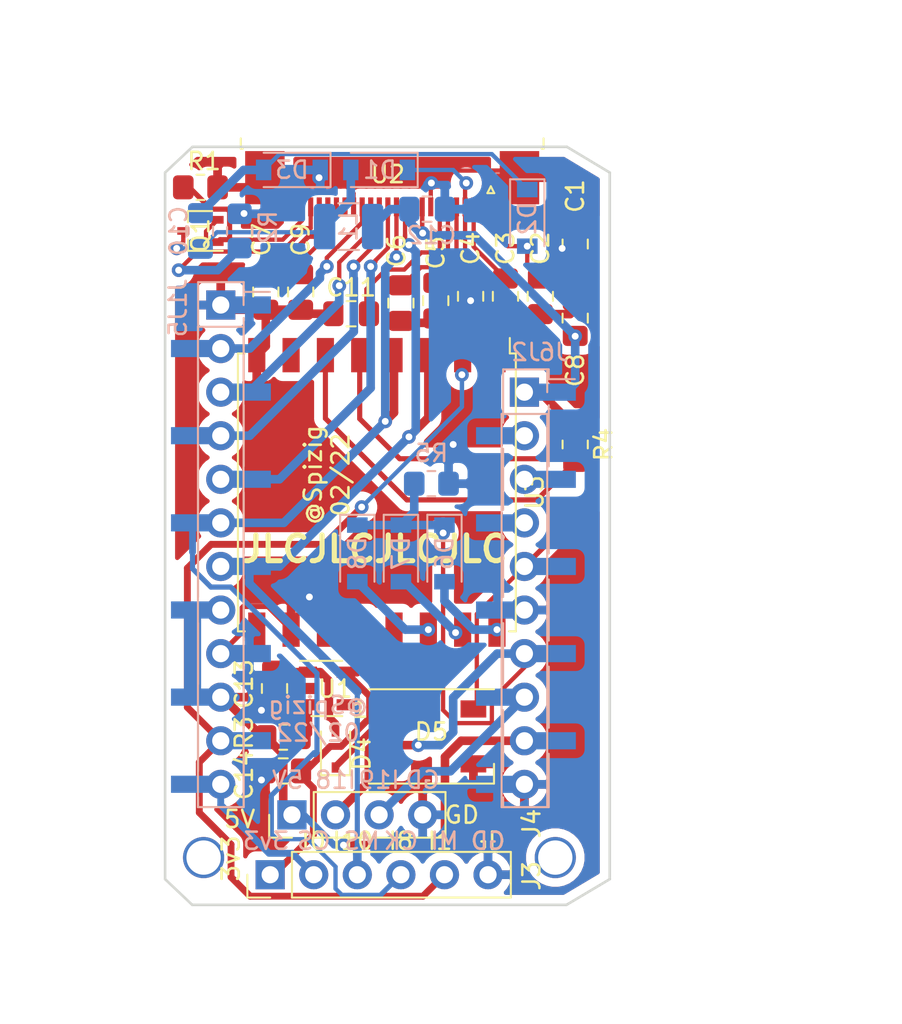
<source format=kicad_pcb>
(kicad_pcb (version 20171130) (host pcbnew "(5.1.10)-1")
  (layers (0 F.Cu signal) (31 B.Cu signal) (34 B.Paste user) (35 F.Paste user) (36 B.SilkS user) (37 F.SilkS user) (38 B.Mask user) (39 F.Mask user) (44 Edge.Cuts user))
  (net 0 "")
  (net 1 +5V)
  (net 2 GND)
  (net 3 "Net-(C7-Pad2)")
  (net 4 +3.3VP)
  (net 5 "Net-(C1-Pad2)")
  (net 6 "Net-(C2-Pad2)")
  (net 7 "Net-(C3-Pad2)")
  (net 8 "Net-(C4-Pad2)")
  (net 9 "Net-(C6-Pad2)")
  (net 10 "Net-(C9-Pad2)")
  (net 11 "Net-(C10-Pad2)")
  (net 12 "Net-(C11-Pad2)")
  (net 13 "Net-(Q1-Pad2)")
  (net 14 "Net-(Q1-Pad1)")
  (net 15 "Net-(C5-Pad2)")
  (net 16 "Net-(C10-Pad1)")
  (net 17 /EPD_MOSI)
  (net 18 /EPD_RST)
  (net 19 /EPD_DC)
  (net 20 /EPD_CS)
  (net 21 /EPD_CLK)
  (net 22 /EPD_BUSY)
  (net 23 /G0)
  (net 24 /G1)
  (net 25 +3.3VA)
  (net 26 /D+)
  (net 27 /D-)
  (net 28 /G9)
  (net 29 "Net-(R3-Pad2)")
  (net 30 "Net-(D4-Pad1)")
  (net 31 "Net-(D5-Pad2)")
  (net 32 "Net-(D6-Pad2)")
  (net 33 "Net-(D7-Pad2)")
  (net 34 "Net-(D8-Pad2)")
  (net 35 /EN)
  (net 36 /G21)
  (net 37 /G20)
  (net 38 "Net-(R4-Pad2)")
  (net 39 "Net-(U1-Pad4)")
  (net 40 "Net-(U2-Pad24)")
  (net 41 "Net-(U2-Pad19)")
  (net 42 "Net-(U2-Pad18)")
  (net 43 "Net-(U3-Pad12)")
  (net 44 "Net-(U3-Pad11)")
  (net 45 "Net-(U3-Pad9)")
  (net 46 "Net-(U3-Pad7)")
  (module Diode_SMD:D_SOD-323 (layer F.Cu) (at 123.19 76.2 90)
    (fp_text reference D4 (at -0.254 1.524 90) (layer F.SilkS))
    (fp_text value MBR0530)
    (pad 2 smd rect (at 1.05 0 90) (size 0.6 0.45) (layers F.Cu F.Paste F.Mask) (net 1 +5V))
    (pad 1 smd rect (at -1.05 0 90) (size 0.6 0.45) (layers F.Cu F.Paste F.Mask) (net 30 "Net-(D4-Pad1)"))
  )
  (module Connector_PinHeader_2.54mm:PinHeader_1x10_P2.54mm_Vertical (layer B.Cu) (at 134.2 55.372 180)
    (fp_text reference J6 (at -1.69 2.33) (layer B.SilkS) (effects (justify mirror)))
    (fp_text value Conn_01x10_Male)
    (pad 10 thru_hole oval (at 0 -22.86 180) (size 1.7 1.7) (drill 1) (layers *.Cu *.Mask) (net 2 GND))
    (pad 9 thru_hole oval (at 0 -20.32 180) (size 1.7 1.7) (drill 1) (layers *.Cu *.Mask) (net 1 +5V))
    (pad 8 thru_hole oval (at 0 -17.78 180) (size 1.7 1.7) (drill 1) (layers *.Cu *.Mask) (net 26 /D+))
    (pad 7 thru_hole oval (at 0 -15.24 180) (size 1.7 1.7) (drill 1) (layers *.Cu *.Mask) (net 27 /D-))
    (pad 6 thru_hole oval (at 0 -12.7 180) (size 1.7 1.7) (drill 1) (layers *.Cu *.Mask) (net 2 GND))
    (pad 5 thru_hole oval (at 0 -10.16 180) (size 1.7 1.7) (drill 1) (layers *.Cu *.Mask) (net 28 /G9))
    (pad 4 thru_hole oval (at 0 -7.62 180) (size 1.7 1.7) (drill 1) (layers *.Cu *.Mask) (net 35 /EN))
    (pad 3 thru_hole oval (at 0 -5.08 180) (size 1.7 1.7) (drill 1) (layers *.Cu *.Mask) (net 37 /G20))
    (pad 2 thru_hole oval (at 0 -2.54 180) (size 1.7 1.7) (drill 1) (layers *.Cu *.Mask) (net 36 /G21))
    (pad 1 thru_hole rect (at 0 0 180) (size 1.7 1.7) (drill 1) (layers *.Cu *.Mask) (net 4 +3.3VP))
  )
  (module Connector_PinHeader_2.54mm:PinHeader_1x12_P2.54mm_Vertical (layer B.Cu) (at 116.5 50.292 180)
    (fp_text reference J5 (at 2.498 -1.016 90) (layer B.SilkS) (effects (justify mirror)))
    (fp_text value Conn_01x12_Male)
    (pad 12 thru_hole oval (at 0 -27.94 180) (size 1.7 1.7) (drill 1) (layers *.Cu *.Mask) (net 23 /G0))
    (pad 11 thru_hole oval (at 0 -25.4 180) (size 1.7 1.7) (drill 1) (layers *.Cu *.Mask) (net 24 /G1))
    (pad 10 thru_hole oval (at 0 -22.86 180) (size 1.7 1.7) (drill 1) (layers *.Cu *.Mask) (net 1 +5V))
    (pad 9 thru_hole oval (at 0 -20.32 180) (size 1.7 1.7) (drill 1) (layers *.Cu *.Mask) (net 2 GND))
    (pad 8 thru_hole oval (at 0 -17.78 180) (size 1.7 1.7) (drill 1) (layers *.Cu *.Mask) (net 1 +5V))
    (pad 7 thru_hole oval (at 0 -15.24 180) (size 1.7 1.7) (drill 1) (layers *.Cu *.Mask) (net 17 /EPD_MOSI))
    (pad 6 thru_hole oval (at 0 -12.7 180) (size 1.7 1.7) (drill 1) (layers *.Cu *.Mask) (net 21 /EPD_CLK))
    (pad 5 thru_hole oval (at 0 -10.16 180) (size 1.7 1.7) (drill 1) (layers *.Cu *.Mask) (net 20 /EPD_CS))
    (pad 4 thru_hole oval (at 0 -7.62 180) (size 1.7 1.7) (drill 1) (layers *.Cu *.Mask) (net 19 /EPD_DC))
    (pad 3 thru_hole oval (at 0 -5.08 180) (size 1.7 1.7) (drill 1) (layers *.Cu *.Mask) (net 18 /EPD_RST))
    (pad 2 thru_hole oval (at 0 -2.54 180) (size 1.7 1.7) (drill 1) (layers *.Cu *.Mask) (net 22 /EPD_BUSY))
    (pad 1 thru_hole rect (at 0 0 180) (size 1.7 1.7) (drill 1) (layers *.Cu *.Mask) (net 2 GND))
  )
  (module tp4056:HOPERF_RFM9XW_SMD_3D (layer F.Cu) (at 125.6 61.214 270)
    (fp_text reference U3 (at 0 -9.2 270) (layer F.SilkS))
    (fp_text value RFM95W-868S2)
    (pad 16 smd rect (at 8 -7 270) (size 2 1) (layers F.Cu F.Paste F.Mask) (net 32 "Net-(D6-Pad2)"))
    (pad 15 smd rect (at 8 -5 270) (size 2 1) (layers F.Cu F.Paste F.Mask) (net 33 "Net-(D7-Pad2)"))
    (pad 14 smd rect (at 8 -3 270) (size 2 1) (layers F.Cu F.Paste F.Mask) (net 34 "Net-(D8-Pad2)"))
    (pad 13 smd rect (at 8 -1 270) (size 2 1) (layers F.Cu F.Paste F.Mask) (net 25 +3.3VA))
    (pad 12 smd rect (at 8 1 270) (size 2 1) (layers F.Cu F.Paste F.Mask) (net 43 "Net-(U3-Pad12)"))
    (pad 11 smd rect (at 8 3 270) (size 2 1) (layers F.Cu F.Paste F.Mask) (net 44 "Net-(U3-Pad11)"))
    (pad 10 smd rect (at 8 5 270) (size 2 1) (layers F.Cu F.Paste F.Mask) (net 2 GND))
    (pad 9 smd rect (at 8 7 270) (size 2 1) (layers F.Cu F.Paste F.Mask) (net 45 "Net-(U3-Pad9)"))
    (pad 8 smd rect (at -8 7 270) (size 2 1) (layers F.Cu F.Paste F.Mask) (net 2 GND))
    (pad 7 smd rect (at -8 5 270) (size 2 1) (layers F.Cu F.Paste F.Mask) (net 46 "Net-(U3-Pad7)"))
    (pad 6 smd rect (at -8 3 270) (size 2 1) (layers F.Cu F.Paste F.Mask) (net 38 "Net-(R4-Pad2)"))
    (pad 5 smd rect (at -8 1 270) (size 2 1) (layers F.Cu F.Paste F.Mask) (net 28 /G9))
    (pad 4 smd rect (at -8 -1 270) (size 2 1) (layers F.Cu F.Paste F.Mask) (net 21 /EPD_CLK))
    (pad 3 smd rect (at -8 -3 270) (size 2 1) (layers F.Cu F.Paste F.Mask) (net 17 /EPD_MOSI))
    (pad 2 smd rect (at -8 -5 270) (size 2 1) (layers F.Cu F.Paste F.Mask) (net 24 /G1))
    (pad 1 smd rect (at -8 -7 270) (size 2 1) (layers F.Cu F.Paste F.Mask) (net 2 GND))
  )
  (module Resistor_SMD:R_0805_2012Metric_Pad1.20x1.40mm_HandSolder (layer B.Cu) (at 128.778 60.706)
    (fp_text reference R5 (at 0 -1.778) (layer B.SilkS) (effects (justify mirror)))
    (fp_text value 10K)
    (pad 2 smd roundrect (at 1 0) (size 1.2 1.4) (layers B.Cu B.Paste B.Mask) (roundrect_rratio 0.2083325) (net 2 GND))
    (pad 1 smd roundrect (at -1 0) (size 1.2 1.4) (layers B.Cu B.Paste B.Mask) (roundrect_rratio 0.2083325) (net 27 /D-))
  )
  (module Resistor_SMD:R_0805_2012Metric_Pad1.20x1.40mm_HandSolder (layer F.Cu) (at 137.16 58.42 270)
    (fp_text reference R4 (at 0 -1.65 270) (layer F.SilkS))
    (fp_text value 10K)
    (pad 2 smd roundrect (at 1 0 270) (size 1.2 1.4) (layers F.Cu F.Paste F.Mask) (roundrect_rratio 0.2083325) (net 38 "Net-(R4-Pad2)"))
    (pad 1 smd roundrect (at -1 0 270) (size 1.2 1.4) (layers F.Cu F.Paste F.Mask) (roundrect_rratio 0.2083325) (net 4 +3.3VP))
  )
  (module Diode_SMD:D_SOD-123 (layer B.Cu) (at 124.46 64.77 270)
    (fp_text reference D8 (at 0 0 270) (layer B.SilkS) (effects (justify mirror)))
    (fp_text value MBR0530)
    (pad 2 smd rect (at 1.65 0 270) (size 0.9 1.2) (layers B.Cu B.Paste B.Mask) (net 34 "Net-(D8-Pad2)"))
    (pad 1 smd rect (at -1.65 0 270) (size 0.9 1.2) (layers B.Cu B.Paste B.Mask) (net 27 /D-))
  )
  (module Diode_SMD:D_SOD-123 (layer B.Cu) (at 127 64.77 270)
    (fp_text reference D7 (at 0 0 270) (layer B.SilkS) (effects (justify mirror)))
    (fp_text value MBR0530)
    (pad 2 smd rect (at 1.65 0 270) (size 0.9 1.2) (layers B.Cu B.Paste B.Mask) (net 33 "Net-(D7-Pad2)"))
    (pad 1 smd rect (at -1.65 0 270) (size 0.9 1.2) (layers B.Cu B.Paste B.Mask) (net 27 /D-))
  )
  (module Diode_SMD:D_SOD-123 (layer B.Cu) (at 129.54 64.77 270)
    (fp_text reference D6 (at 0 0 270) (layer B.SilkS) (effects (justify mirror)))
    (fp_text value MBR0530)
    (pad 2 smd rect (at 1.65 0 270) (size 0.9 1.2) (layers B.Cu B.Paste B.Mask) (net 32 "Net-(D6-Pad2)"))
    (pad 1 smd rect (at -1.65 0 270) (size 0.9 1.2) (layers B.Cu B.Paste B.Mask) (net 27 /D-))
  )
  (module LED_SMD:LED_WS2812B_PLCC4_5.0x5.0mm_P3.2mm (layer F.Cu) (at 128.778 75.438)
    (fp_text reference D5 (at 0 -0.270001) (layer F.SilkS))
    (fp_text value WS2812B)
    (fp_text user 1 (at -4.15 -1.6) (layer F.SilkS))
    (pad 1 smd rect (at -2.45 -1.6) (size 1.5 1) (layers F.Cu F.Paste F.Mask) (net 30 "Net-(D4-Pad1)"))
    (pad 2 smd rect (at -2.45 1.6) (size 1.5 1) (layers F.Cu F.Paste F.Mask) (net 31 "Net-(D5-Pad2)"))
    (pad 4 smd rect (at 2.45 -1.6) (size 1.5 1) (layers F.Cu F.Paste F.Mask) (net 28 /G9))
    (pad 3 smd rect (at 2.45 1.6) (size 1.5 1) (layers F.Cu F.Paste F.Mask) (net 2 GND))
  )
  (module Connector_PinHeader_2.54mm:PinHeader_1x04_P2.54mm_Vertical (layer F.Cu) (at 120.65 80.01 90)
    (fp_text reference J4 (at -0.508 13.97 90) (layer F.SilkS))
    (fp_text value Conn_01x04_Male)
    (pad 4 thru_hole oval (at 0 7.62 90) (size 1.7 1.7) (drill 1) (layers *.Cu *.Mask) (net 2 GND))
    (pad 3 thru_hole oval (at 0 5.08 90) (size 1.7 1.7) (drill 1) (layers *.Cu *.Mask) (net 26 /D+))
    (pad 2 thru_hole oval (at 0 2.54 90) (size 1.7 1.7) (drill 1) (layers *.Cu *.Mask) (net 27 /D-))
    (pad 1 thru_hole rect (at 0 0 90) (size 1.7 1.7) (drill 1) (layers *.Cu *.Mask) (net 1 +5V))
  )
  (module Package_TO_SOT_SMD:SOT-23-5 (layer F.Cu) (at 122.682 72.644)
    (fp_text reference U1 (at 0.488 0.02) (layer F.SilkS))
    (fp_text value RT9013)
    (pad 5 smd rect (at 1.1 -0.95) (size 1.06 0.65) (layers F.Cu F.Paste F.Mask) (net 25 +3.3VA))
    (pad 4 smd rect (at 1.1 0.95) (size 1.06 0.65) (layers F.Cu F.Paste F.Mask) (net 39 "Net-(U1-Pad4)"))
    (pad 3 smd rect (at -1.1 0.95) (size 1.06 0.65) (layers F.Cu F.Paste F.Mask) (net 29 "Net-(R3-Pad2)"))
    (pad 2 smd rect (at -1.1 0) (size 1.06 0.65) (layers F.Cu F.Paste F.Mask) (net 2 GND))
    (pad 1 smd rect (at -1.1 -0.95) (size 1.06 0.65) (layers F.Cu F.Paste F.Mask) (net 1 +5V))
  )
  (module Resistor_SMD:R_0805_2012Metric_Pad1.20x1.40mm_HandSolder (layer F.Cu) (at 120.142 75.48)
    (fp_text reference R3 (at -2.286 -0.254 90) (layer F.SilkS))
    (fp_text value 10K)
    (pad 2 smd roundrect (at 1 0) (size 1.2 1.4) (layers F.Cu F.Paste F.Mask) (roundrect_rratio 0.2083325) (net 29 "Net-(R3-Pad2)"))
    (pad 1 smd roundrect (at -1 0) (size 1.2 1.4) (layers F.Cu F.Paste F.Mask) (roundrect_rratio 0.2083325) (net 1 +5V))
  )
  (module Capacitor_SMD:C_0805_2012Metric_Pad1.18x1.45mm_HandSolder (layer F.Cu) (at 120.142 77.45 180)
    (fp_text reference C14 (at 2.286 -0.254 90) (layer F.SilkS))
    (fp_text value 100n)
    (pad 2 smd roundrect (at 1.0375 0 180) (size 1.175 1.45) (layers F.Cu F.Paste F.Mask) (roundrect_rratio 0.2127659574468085) (net 2 GND))
    (pad 1 smd roundrect (at -1.0375 0 180) (size 1.175 1.45) (layers F.Cu F.Paste F.Mask) (roundrect_rratio 0.2127659574468085) (net 25 +3.3VA))
  )
  (module Capacitor_SMD:C_0805_2012Metric_Pad1.18x1.45mm_HandSolder (layer F.Cu) (at 119.634 72.644 270)
    (fp_text reference C13 (at -0.254 1.778 90) (layer F.SilkS))
    (fp_text value 100nF)
    (pad 2 smd roundrect (at 1.0375 0 270) (size 1.175 1.45) (layers F.Cu F.Paste F.Mask) (roundrect_rratio 0.2127659574468085) (net 2 GND))
    (pad 1 smd roundrect (at -1.0375 0 270) (size 1.175 1.45) (layers F.Cu F.Paste F.Mask) (roundrect_rratio 0.2127659574468085) (net 1 +5V))
  )
  (module Connector_PinHeader_2.54mm:PinHeader_1x06_P2.54mm_Vertical (layer F.Cu) (at 119.38 83.5 90)
    (fp_text reference J3 (at -0.066 15.24 270) (layer F.SilkS))
    (fp_text value Conn_01x06_Male)
    (pad 6 thru_hole oval (at 0 12.7 90) (size 1.7 1.7) (drill 1) (layers *.Cu *.Mask) (net 2 GND))
    (pad 5 thru_hole oval (at 0 10.16 90) (size 1.7 1.7) (drill 1) (layers *.Cu *.Mask) (net 24 /G1))
    (pad 4 thru_hole oval (at 0 7.62 90) (size 1.7 1.7) (drill 1) (layers *.Cu *.Mask) (net 21 /EPD_CLK))
    (pad 3 thru_hole oval (at 0 5.08 90) (size 1.7 1.7) (drill 1) (layers *.Cu *.Mask) (net 17 /EPD_MOSI))
    (pad 2 thru_hole oval (at 0 2.54 90) (size 1.7 1.7) (drill 1) (layers *.Cu *.Mask) (net 23 /G0))
    (pad 1 thru_hole rect (at 0 0 90) (size 1.7 1.7) (drill 1) (layers *.Cu *.Mask) (net 25 +3.3VA))
  )
  (module Connector_PinHeader_2.54mm:PinHeader_1x10_P2.54mm_Vertical_SMD_Pin1Left (layer B.Cu) (at 134.29 66.802 180)
    (fp_text reference J2 (at 0 13.76) (layer B.SilkS) (effects (justify mirror)))
    (fp_text value Conn_01x10_Male)
    (pad 10 smd rect (at 1.655 -11.43 180) (size 2.51 1) (layers B.Cu B.Paste B.Mask) (net 2 GND))
    (pad 8 smd rect (at 1.655 -6.35 180) (size 2.51 1) (layers B.Cu B.Paste B.Mask) (net 26 /D+))
    (pad 6 smd rect (at 1.655 -1.27 180) (size 2.51 1) (layers B.Cu B.Paste B.Mask) (net 2 GND))
    (pad 4 smd rect (at 1.655 3.81 180) (size 2.51 1) (layers B.Cu B.Paste B.Mask) (net 35 /EN))
    (pad 2 smd rect (at 1.655 8.89 180) (size 2.51 1) (layers B.Cu B.Paste B.Mask) (net 36 /G21))
    (pad 9 smd rect (at -1.655 -8.89 180) (size 2.51 1) (layers B.Cu B.Paste B.Mask) (net 1 +5V))
    (pad 7 smd rect (at -1.655 -3.81 180) (size 2.51 1) (layers B.Cu B.Paste B.Mask) (net 27 /D-))
    (pad 5 smd rect (at -1.655 1.27 180) (size 2.51 1) (layers B.Cu B.Paste B.Mask) (net 28 /G9))
    (pad 3 smd rect (at -1.655 6.35 180) (size 2.51 1) (layers B.Cu B.Paste B.Mask) (net 37 /G20))
    (pad 1 smd rect (at -1.655 11.43 180) (size 2.51 1) (layers B.Cu B.Paste B.Mask) (net 4 +3.3VP))
  )
  (module Connector_PinHeader_2.54mm:PinHeader_1x12_P2.54mm_Vertical_SMD_Pin1Left (layer B.Cu) (at 116.51 64.258 180)
    (fp_text reference J1 (at 2.512 14.652 90) (layer B.SilkS) (effects (justify mirror)))
    (fp_text value Conn_01x12_Male)
    (pad 12 smd rect (at 1.655 -13.97 180) (size 2.51 1) (layers B.Cu B.Paste B.Mask) (net 23 /G0))
    (pad 10 smd rect (at 1.655 -8.89 180) (size 2.51 1) (layers B.Cu B.Paste B.Mask) (net 1 +5V))
    (pad 8 smd rect (at 1.655 -3.81 180) (size 2.51 1) (layers B.Cu B.Paste B.Mask) (net 1 +5V))
    (pad 6 smd rect (at 1.655 1.27 180) (size 2.51 1) (layers B.Cu B.Paste B.Mask) (net 21 /EPD_CLK))
    (pad 4 smd rect (at 1.655 6.35 180) (size 2.51 1) (layers B.Cu B.Paste B.Mask) (net 19 /EPD_DC))
    (pad 2 smd rect (at 1.655 11.43 180) (size 2.51 1) (layers B.Cu B.Paste B.Mask) (net 22 /EPD_BUSY))
    (pad 11 smd rect (at -1.655 -11.43 180) (size 2.51 1) (layers B.Cu B.Paste B.Mask) (net 24 /G1))
    (pad 9 smd rect (at -1.655 -6.35 180) (size 2.51 1) (layers B.Cu B.Paste B.Mask) (net 2 GND))
    (pad 7 smd rect (at -1.655 -1.27 180) (size 2.51 1) (layers B.Cu B.Paste B.Mask) (net 17 /EPD_MOSI))
    (pad 5 smd rect (at -1.655 3.81 180) (size 2.51 1) (layers B.Cu B.Paste B.Mask) (net 20 /EPD_CS))
    (pad 3 smd rect (at -1.655 8.89 180) (size 2.51 1) (layers B.Cu B.Paste B.Mask) (net 18 /EPD_RST))
    (pad 1 smd rect (at -1.655 13.97 180) (size 2.51 1) (layers B.Cu B.Paste B.Mask) (net 2 GND))
  )
  (module Connector_FFC-FPC:TE_2-1734839-4_1x24-1MP_P0.5mm_Horizontal (layer F.Cu) (at 126.492 43.22 180)
    (fp_text reference U2 (at 0.254 0.548) (layer F.SilkS))
    (fp_text value FPCConn)
    (pad MP smd rect (at 7.42 0.35 180) (size 2.3 3.1) (layers F.Cu F.Paste F.Mask) (net 2 GND))
    (pad MP smd rect (at -7.42 0.35 180) (size 2.3 3.1) (layers F.Cu F.Paste F.Mask) (net 2 GND))
    (pad 24 smd rect (at 5.75 -1.35 180) (size 0.3 1.1) (layers F.Cu F.Paste F.Mask) (net 40 "Net-(U2-Pad24)"))
    (pad 23 smd rect (at 5.25 -1.35 180) (size 0.3 1.1) (layers F.Cu F.Paste F.Mask) (net 14 "Net-(Q1-Pad1)"))
    (pad 22 smd rect (at 4.75 -1.35 180) (size 0.3 1.1) (layers F.Cu F.Paste F.Mask) (net 13 "Net-(Q1-Pad2)"))
    (pad 21 smd rect (at 4.25 -1.35 180) (size 0.3 1.1) (layers F.Cu F.Paste F.Mask) (net 3 "Net-(C7-Pad2)"))
    (pad 20 smd rect (at 3.75 -1.35 180) (size 0.3 1.1) (layers F.Cu F.Paste F.Mask) (net 10 "Net-(C9-Pad2)"))
    (pad 19 smd rect (at 3.25 -1.35 180) (size 0.3 1.1) (layers F.Cu F.Paste F.Mask) (net 41 "Net-(U2-Pad19)"))
    (pad 18 smd rect (at 2.75 -1.35 180) (size 0.3 1.1) (layers F.Cu F.Paste F.Mask) (net 42 "Net-(U2-Pad18)"))
    (pad 17 smd rect (at 2.25 -1.35 180) (size 0.3 1.1) (layers F.Cu F.Paste F.Mask) (net 2 GND))
    (pad 16 smd rect (at 1.75 -1.35 180) (size 0.3 1.1) (layers F.Cu F.Paste F.Mask) (net 22 /EPD_BUSY))
    (pad 15 smd rect (at 1.25 -1.35 180) (size 0.3 1.1) (layers F.Cu F.Paste F.Mask) (net 18 /EPD_RST))
    (pad 14 smd rect (at 0.75 -1.35 180) (size 0.3 1.1) (layers F.Cu F.Paste F.Mask) (net 19 /EPD_DC))
    (pad 13 smd rect (at 0.25 -1.35 180) (size 0.3 1.1) (layers F.Cu F.Paste F.Mask) (net 20 /EPD_CS))
    (pad 12 smd rect (at -0.25 -1.35 180) (size 0.3 1.1) (layers F.Cu F.Paste F.Mask) (net 21 /EPD_CLK))
    (pad 11 smd rect (at -0.75 -1.35 180) (size 0.3 1.1) (layers F.Cu F.Paste F.Mask) (net 17 /EPD_MOSI))
    (pad 10 smd rect (at -1.25 -1.35 180) (size 0.3 1.1) (layers F.Cu F.Paste F.Mask) (net 4 +3.3VP))
    (pad 9 smd rect (at -1.75 -1.35 180) (size 0.3 1.1) (layers F.Cu F.Paste F.Mask) (net 4 +3.3VP))
    (pad 8 smd rect (at -2.25 -1.35 180) (size 0.3 1.1) (layers F.Cu F.Paste F.Mask) (net 2 GND))
    (pad 7 smd rect (at -2.75 -1.35 180) (size 0.3 1.1) (layers F.Cu F.Paste F.Mask) (net 12 "Net-(C11-Pad2)"))
    (pad 6 smd rect (at -3.25 -1.35 180) (size 0.3 1.1) (layers F.Cu F.Paste F.Mask) (net 9 "Net-(C6-Pad2)"))
    (pad 5 smd rect (at -3.75 -1.35 180) (size 0.3 1.1) (layers F.Cu F.Paste F.Mask) (net 15 "Net-(C5-Pad2)"))
    (pad 4 smd rect (at -4.25 -1.35 180) (size 0.3 1.1) (layers F.Cu F.Paste F.Mask) (net 8 "Net-(C4-Pad2)"))
    (pad 3 smd rect (at -4.75 -1.35 180) (size 0.3 1.1) (layers F.Cu F.Paste F.Mask) (net 7 "Net-(C3-Pad2)"))
    (pad 2 smd rect (at -5.25 -1.35 180) (size 0.3 1.1) (layers F.Cu F.Paste F.Mask) (net 6 "Net-(C2-Pad2)"))
    (pad 1 smd rect (at -5.75 -1.35 180) (size 0.3 1.1) (layers F.Cu F.Paste F.Mask) (net 5 "Net-(C1-Pad2)"))
  )
  (module Inductor_SMD:L_1210_3225Metric (layer B.Cu) (at 123.952 45.72)
    (fp_text reference L1 (at 0 0 270) (layer B.SilkS) (effects (justify mirror)))
    (fp_text value 68uH1A)
    (pad 2 smd roundrect (at 1.4 0) (size 1.25 2.65) (layers B.Cu B.Paste B.Mask) (roundrect_rratio 0.2) (net 4 +3.3VP))
    (pad 1 smd roundrect (at -1.4 0) (size 1.25 2.65) (layers B.Cu B.Paste B.Mask) (roundrect_rratio 0.2) (net 16 "Net-(C10-Pad1)"))
  )
  (module Package_TO_SOT_SMD:SOT-323_SC-70 (layer F.Cu) (at 115.316 45.974 180)
    (fp_text reference Q1 (at 0 -0.254 90) (layer F.SilkS))
    (fp_text value Si1308)
    (pad 3 smd rect (at 1 0 90) (size 0.45 0.7) (layers F.Cu F.Paste F.Mask) (net 16 "Net-(C10-Pad1)"))
    (pad 2 smd rect (at -1 0.65 90) (size 0.45 0.7) (layers F.Cu F.Paste F.Mask) (net 13 "Net-(Q1-Pad2)"))
    (pad 1 smd rect (at -1 -0.65 90) (size 0.45 0.7) (layers F.Cu F.Paste F.Mask) (net 14 "Net-(Q1-Pad1)"))
  )
  (module Resistor_SMD:R_0805_2012Metric_Pad1.20x1.40mm_HandSolder (layer B.Cu) (at 117.602 45.974 90)
    (fp_text reference R2 (at 0.214 1.65 270) (layer B.SilkS) (effects (justify mirror)))
    (fp_text value 0.47R)
    (pad 2 smd roundrect (at 1 0 90) (size 1.2 1.4) (layers B.Cu B.Paste B.Mask) (roundrect_rratio 0.2083325) (net 2 GND))
    (pad 1 smd roundrect (at -1 0 90) (size 1.2 1.4) (layers B.Cu B.Paste B.Mask) (roundrect_rratio 0.2083325) (net 13 "Net-(Q1-Pad2)"))
  )
  (module Resistor_SMD:R_0805_2012Metric_Pad1.20x1.40mm_HandSolder (layer F.Cu) (at 115.316 43.434)
    (fp_text reference R1 (at 0.214 -1.524) (layer F.SilkS))
    (fp_text value 10K)
    (pad 2 smd roundrect (at 1 0) (size 1.2 1.4) (layers F.Cu F.Paste F.Mask) (roundrect_rratio 0.2083325) (net 2 GND))
    (pad 1 smd roundrect (at -1 0) (size 1.2 1.4) (layers F.Cu F.Paste F.Mask) (roundrect_rratio 0.2083325) (net 14 "Net-(Q1-Pad1)"))
  )
  (module Diode_SMD:D_SOD-123 (layer B.Cu) (at 125.73 42.418 180)
    (fp_text reference D1 (at -0.04 0 180) (layer B.SilkS) (effects (justify mirror)))
    (fp_text value MBR0530)
    (pad 2 smd rect (at 1.65 0 180) (size 0.9 1.2) (layers B.Cu B.Paste B.Mask) (net 16 "Net-(C10-Pad1)"))
    (pad 1 smd rect (at -1.65 0 180) (size 0.9 1.2) (layers B.Cu B.Paste B.Mask) (net 8 "Net-(C4-Pad2)"))
  )
  (module Diode_SMD:D_SOD-123 (layer B.Cu) (at 134.366 45.212 270)
    (fp_text reference D2 (at 0.04 0 270) (layer B.SilkS) (effects (justify mirror)))
    (fp_text value MBR0530)
    (pad 2 smd rect (at 1.65 0 270) (size 0.9 1.2) (layers B.Cu B.Paste B.Mask) (net 6 "Net-(C2-Pad2)"))
    (pad 1 smd rect (at -1.65 0 270) (size 0.9 1.2) (layers B.Cu B.Paste B.Mask) (net 11 "Net-(C10-Pad2)"))
  )
  (module Diode_SMD:D_SOD-123 (layer B.Cu) (at 120.65 42.418 180)
    (fp_text reference D3 (at 0 0) (layer B.SilkS) (effects (justify mirror)))
    (fp_text value MBR0530)
    (pad 2 smd rect (at 1.65 0 180) (size 0.9 1.2) (layers B.Cu B.Paste B.Mask) (net 11 "Net-(C10-Pad2)"))
    (pad 1 smd rect (at -1.65 0 180) (size 0.9 1.2) (layers B.Cu B.Paste B.Mask) (net 2 GND))
  )
  (module Capacitor_SMD:C_0805_2012Metric_Pad1.18x1.45mm_HandSolder (layer B.Cu) (at 128.524 44.704 180)
    (fp_text reference C12 (at -0.254 -1.524 180) (layer B.SilkS) (effects (justify mirror)))
    (fp_text value 4.7uF50V)
    (pad 2 smd roundrect (at 1.0375 0 180) (size 1.175 1.45) (layers B.Cu B.Paste B.Mask) (roundrect_rratio 0.2127659574468085) (net 4 +3.3VP))
    (pad 1 smd roundrect (at -1.0375 0 180) (size 1.175 1.45) (layers B.Cu B.Paste B.Mask) (roundrect_rratio 0.2127659574468085) (net 2 GND))
  )
  (module Capacitor_SMD:C_0805_2012Metric_Pad1.18x1.45mm_HandSolder (layer F.Cu) (at 121.158 49.53 90)
    (fp_text reference C9 (at 3.048 0 90) (layer F.SilkS))
    (fp_text value 105)
    (pad 2 smd roundrect (at 1.0375 0 90) (size 1.175 1.45) (layers F.Cu F.Paste F.Mask) (roundrect_rratio 0.2127659574468085) (net 10 "Net-(C9-Pad2)"))
    (pad 1 smd roundrect (at -1.0375 0 90) (size 1.175 1.45) (layers F.Cu F.Paste F.Mask) (roundrect_rratio 0.2127659574468085) (net 2 GND))
  )
  (module Capacitor_SMD:C_0805_2012Metric_Pad1.18x1.45mm_HandSolder (layer F.Cu) (at 127 50.18 90)
    (fp_text reference C6 (at 3.048 -0.254 90) (layer F.SilkS))
    (fp_text value 105)
    (pad 2 smd roundrect (at 1.0375 0 90) (size 1.175 1.45) (layers F.Cu F.Paste F.Mask) (roundrect_rratio 0.2127659574468085) (net 9 "Net-(C6-Pad2)"))
    (pad 1 smd roundrect (at -1.0375 0 90) (size 1.175 1.45) (layers F.Cu F.Paste F.Mask) (roundrect_rratio 0.2127659574468085) (net 2 GND))
  )
  (module Capacitor_SMD:C_0805_2012Metric_Pad1.18x1.45mm_HandSolder (layer F.Cu) (at 131.064 49.784 90)
    (fp_text reference C4 (at 2.794 0 90) (layer F.SilkS))
    (fp_text value 105)
    (pad 2 smd roundrect (at 1.0375 0 90) (size 1.175 1.45) (layers F.Cu F.Paste F.Mask) (roundrect_rratio 0.2127659574468085) (net 8 "Net-(C4-Pad2)"))
    (pad 1 smd roundrect (at -1.0375 0 90) (size 1.175 1.45) (layers F.Cu F.Paste F.Mask) (roundrect_rratio 0.2127659574468085) (net 2 GND))
  )
  (module Capacitor_SMD:C_0805_2012Metric_Pad1.18x1.45mm_HandSolder (layer F.Cu) (at 135.128 49.784 90)
    (fp_text reference C2 (at 2.794 0 90) (layer F.SilkS))
    (fp_text value 105)
    (pad 2 smd roundrect (at 1.0375 0 90) (size 1.175 1.45) (layers F.Cu F.Paste F.Mask) (roundrect_rratio 0.2127659574468085) (net 6 "Net-(C2-Pad2)"))
    (pad 1 smd roundrect (at -1.0375 0 90) (size 1.175 1.45) (layers F.Cu F.Paste F.Mask) (roundrect_rratio 0.2127659574468085) (net 2 GND))
  )
  (module Capacitor_SMD:C_0805_2012Metric_Pad1.18x1.45mm_HandSolder (layer B.Cu) (at 115.316 45.974 90)
    (fp_text reference C10 (at 0 -1.27 90) (layer B.SilkS) (effects (justify mirror)))
    (fp_text value 4.7uF50V)
    (pad 2 smd roundrect (at 1.0375 0 90) (size 1.175 1.45) (layers B.Cu B.Paste B.Mask) (roundrect_rratio 0.2127659574468085) (net 11 "Net-(C10-Pad2)"))
    (pad 1 smd roundrect (at -1.0375 0 90) (size 1.175 1.45) (layers B.Cu B.Paste B.Mask) (roundrect_rratio 0.2127659574468085) (net 16 "Net-(C10-Pad1)"))
  )
  (module Capacitor_SMD:C_0805_2012Metric_Pad1.18x1.45mm_HandSolder (layer F.Cu) (at 119.126 49.53 90)
    (fp_text reference C7 (at 3.048 -0.254 90) (layer F.SilkS))
    (fp_text value 105)
    (pad 2 smd roundrect (at 1.0375 0 90) (size 1.175 1.45) (layers F.Cu F.Paste F.Mask) (roundrect_rratio 0.2127659574468085) (net 3 "Net-(C7-Pad2)"))
    (pad 1 smd roundrect (at -1.0375 0 90) (size 1.175 1.45) (layers F.Cu F.Paste F.Mask) (roundrect_rratio 0.2127659574468085) (net 2 GND))
  )
  (module Capacitor_SMD:C_0805_2012Metric_Pad1.18x1.45mm_HandSolder (layer F.Cu) (at 137.16 51.054 270)
    (fp_text reference C8 (at 3.048 0 90) (layer F.SilkS))
    (fp_text value 104)
    (pad 2 smd roundrect (at 1.0375 0 270) (size 1.175 1.45) (layers F.Cu F.Paste F.Mask) (roundrect_rratio 0.2127659574468085) (net 4 +3.3VP))
    (pad 1 smd roundrect (at -1.0375 0 270) (size 1.175 1.45) (layers F.Cu F.Paste F.Mask) (roundrect_rratio 0.2127659574468085) (net 2 GND))
  )
  (module Capacitor_SMD:C_0805_2012Metric_Pad1.18x1.45mm_HandSolder (layer F.Cu) (at 124.1 50.8)
    (fp_text reference C11 (at 0 -1.524) (layer F.SilkS))
    (fp_text value 105)
    (pad 2 smd roundrect (at 1.0375 0) (size 1.175 1.45) (layers F.Cu F.Paste F.Mask) (roundrect_rratio 0.2127659574468085) (net 12 "Net-(C11-Pad2)"))
    (pad 1 smd roundrect (at -1.0375 0) (size 1.175 1.45) (layers F.Cu F.Paste F.Mask) (roundrect_rratio 0.2127659574468085) (net 2 GND))
  )
  (module Capacitor_SMD:C_0805_2012Metric_Pad1.18x1.45mm_HandSolder (layer F.Cu) (at 129.032 50.038 90)
    (fp_text reference C5 (at 2.794 0 90) (layer F.SilkS))
    (fp_text value 105)
    (pad 1 smd roundrect (at -1.0375 0 90) (size 1.175 1.45) (layers F.Cu F.Paste F.Mask) (roundrect_rratio 0.2127659574468085) (net 2 GND))
    (pad 2 smd roundrect (at 1.0375 0 90) (size 1.175 1.45) (layers F.Cu F.Paste F.Mask) (roundrect_rratio 0.2127659574468085) (net 15 "Net-(C5-Pad2)"))
  )
  (module Capacitor_SMD:C_0805_2012Metric_Pad1.18x1.45mm_HandSolder (layer F.Cu) (at 133.096 49.784 90)
    (fp_text reference C3 (at 2.794 0 90) (layer F.SilkS))
    (fp_text value 105)
    (pad 2 smd roundrect (at 1.0375 0 90) (size 1.175 1.45) (layers F.Cu F.Paste F.Mask) (roundrect_rratio 0.2127659574468085) (net 7 "Net-(C3-Pad2)"))
    (pad 1 smd roundrect (at -1.0375 0 90) (size 1.175 1.45) (layers F.Cu F.Paste F.Mask) (roundrect_rratio 0.2127659574468085) (net 2 GND))
  )
  (module Capacitor_SMD:C_0805_2012Metric_Pad1.18x1.45mm_HandSolder (layer F.Cu) (at 137.16 46.736 90)
    (fp_text reference C1 (at 2.794 0 90) (layer F.SilkS))
    (fp_text value 105)
    (pad 2 smd roundrect (at 1.0375 0 90) (size 1.175 1.45) (layers F.Cu F.Paste F.Mask) (roundrect_rratio 0.2127659574468085) (net 5 "Net-(C1-Pad2)"))
    (pad 1 smd roundrect (at -1.0375 0 90) (size 1.175 1.45) (layers F.Cu F.Paste F.Mask) (roundrect_rratio 0.2127659574468085) (net 2 GND))
  )
  (gr_text JLCJLCJLCJLC (at 125.476 64.516) (layer F.SilkS) (effects (font (size 1.5 1.5) (thickness 0.3))))
  (gr_text GD (at 130.556 80.01) (layer F.SilkS) (effects (font (size 1 1))))
  (gr_text 5V (at 117.602 80.264) (layer F.SilkS) (effects (font (size 1 1))))
  (gr_text 5V (at 120.396 77.978) (layer B.SilkS) (effects (font (size 1 1)) (justify mirror)))
  (gr_text I18 (at 123.19 77.978) (layer B.SilkS) (effects (font (size 1 1)) (justify mirror)))
  (gr_text I19 (at 125.73 77.978) (layer B.SilkS) (effects (font (size 1 1)) (justify mirror)))
  (gr_text GD (at 128.27 77.978) (layer B.SilkS) (effects (font (size 1 1)) (justify mirror)))
  (gr_text GD (at 132.08 81.534) (layer F.SilkS) (effects (font (size 1 1))))
  (gr_text I1 (at 129.286 81.534) (layer F.SilkS) (effects (font (size 1 1))))
  (gr_text I8 (at 127 81.534) (layer F.SilkS) (effects (font (size 1 1))))
  (gr_text I10 (at 124.206 81.534) (layer F.SilkS) (effects (font (size 1 1))))
  (gr_text I0 (at 121.92 81.534) (layer F.SilkS) (effects (font (size 1 1))))
  (gr_text 3v3 (at 117.094 82.55 90) (layer F.SilkS) (effects (font (size 1 1))))
  (gr_text GD (at 132.08 81.534) (layer B.SilkS) (effects (font (size 1 1)) (justify mirror)))
  (gr_text MI (at 129.54 81.534) (layer B.SilkS) (effects (font (size 1 1)) (justify mirror)))
  (gr_text CK (at 127 81.534) (layer B.SilkS) (effects (font (size 1 1)) (justify mirror)))
  (gr_text MS (at 124.714 81.534) (layer B.SilkS) (effects (font (size 1 1)) (justify mirror)))
  (gr_text CS (at 121.92 81.534) (layer B.SilkS) (effects (font (size 1 1)) (justify mirror)))
  (gr_line (start 136.652 85.258) (end 139.176 83.758) (layer Edge.Cuts) (width 0.15))
  (gr_line (start 113.254 83.758) (end 114.838 85.258) (layer Edge.Cuts) (width 0.15))
  (gr_text 3v3 (at 119.126 81.534) (layer B.SilkS) (effects (font (size 1 1)) (justify mirror)))
  (gr_text "@Spizig\n02/22" (at 122.174 74.422) (layer B.SilkS) (effects (font (size 1 1)) (justify mirror)))
  (gr_text "@Spizig\n02/22" (at 122.682 60.198 90) (layer F.SilkS) (effects (font (size 1 1))))
  (gr_line (start 136.676 41.072) (end 139.176 42.572) (layer Edge.Cuts) (width 0.15))
  (gr_line (start 113.254 42.572) (end 114.854 41.072) (layer Edge.Cuts) (width 0.15))
  (gr_line (start 139.176 83.758) (end 139.176 42.572) (layer Edge.Cuts) (width 0.15))
  (gr_line (start 114.838 85.258) (end 136.652 85.258) (layer Edge.Cuts) (width 0.15))
  (gr_line (start 114.854 41.072) (end 136.676 41.072) (layer Edge.Cuts) (width 0.15))
  (gr_line (start 113.254 83.758) (end 113.254 42.572) (layer Edge.Cuts) (width 0.15))
  (via (at 115.5 82.5) (size 2.4) (drill 2) (layers F.Cu B.Cu) (net 0))
  (via (at 136 82.5) (size 2.4) (drill 2) (layers F.Cu B.Cu) (net 0))
  (via (at 117.856 44.958) (size 0.8) (drill 0.4) (layers F.Cu B.Cu) (net 2))
  (via (at 118.872 77.978) (size 0.8) (drill 0.4) (layers F.Cu B.Cu) (net 2))
  (segment (start 117.344 73.148) (end 117.348 73.152) (width 0.5) (layer B.Cu) (net 1))
  (segment (start 114.855 73.148) (end 117.344 73.148) (width 0.5) (layer B.Cu) (net 1))
  (segment (start 114.855 68.068) (end 114.855 73.148) (width 1) (layer B.Cu) (net 1))
  (segment (start 119.7215 71.694) (end 119.634 71.6065) (width 0.5) (layer F.Cu) (net 1))
  (segment (start 121.582 71.694) (end 119.7215 71.694) (width 0.5) (layer F.Cu) (net 1))
  (segment (start 122.297002 71.694) (end 122.801999 72.198997) (width 0.5) (layer F.Cu) (net 1))
  (segment (start 121.582 71.694) (end 122.297002 71.694) (width 0.5) (layer F.Cu) (net 1))
  (segment (start 118.0885 73.152) (end 119.634 71.6065) (width 0.5) (layer F.Cu) (net 1))
  (segment (start 116.5 73.152) (end 118.0885 73.152) (width 0.5) (layer F.Cu) (net 1))
  (segment (start 116.602 73.152) (end 119.142 75.692) (width 0.5) (layer F.Cu) (net 1))
  (segment (start 116.5 73.152) (end 116.602 73.152) (width 0.5) (layer F.Cu) (net 1))
  (segment (start 122.801999 72.198997) (end 122.801999 74.279001) (width 0.5) (layer F.Cu) (net 1))
  (segment (start 120.142 79.502) (end 120.65 80.01) (width 0.5) (layer F.Cu) (net 1))
  (segment (start 120.142 76.481966) (end 120.142 79.502) (width 0.5) (layer F.Cu) (net 1))
  (segment (start 120.09199 76.431956) (end 120.142 76.481966) (width 0.5) (layer F.Cu) (net 1))
  (segment (start 134.2 75.692) (end 135.945 75.692) (width 0.25) (layer B.Cu) (net 1))
  (segment (start 114.859 68.072) (end 114.855 68.068) (width 0.25) (layer B.Cu) (net 1))
  (segment (start 116.5 68.072) (end 114.859 68.072) (width 0.25) (layer B.Cu) (net 1))
  (segment (start 123.19 74.667002) (end 122.801999 74.279001) (width 0.4) (layer F.Cu) (net 1))
  (segment (start 123.19 75.15) (end 123.19 74.667002) (width 0.4) (layer F.Cu) (net 1))
  (segment (start 120.65 80.01) (end 120.904 80.01) (width 0.5) (layer B.Cu) (net 1))
  (via (at 123.653618 81.773206) (size 0.8) (drill 0.4) (layers F.Cu B.Cu) (net 1))
  (segment (start 123.103204 81.773206) (end 123.653618 81.773206) (width 0.4) (layer B.Cu) (net 1))
  (segment (start 121.339998 80.01) (end 123.103204 81.773206) (width 0.4) (layer B.Cu) (net 1))
  (segment (start 120.65 80.01) (end 121.339998 80.01) (width 0.4) (layer B.Cu) (net 1))
  (segment (start 129.342792 81.773206) (end 123.653618 81.773206) (width 0.5) (layer F.Cu) (net 1))
  (segment (start 129.570001 81.545997) (end 129.342792 81.773206) (width 0.5) (layer F.Cu) (net 1))
  (segment (start 129.570001 76.635997) (end 129.570001 81.545997) (width 0.5) (layer F.Cu) (net 1))
  (segment (start 130.513998 75.692) (end 129.570001 76.635997) (width 0.5) (layer F.Cu) (net 1))
  (segment (start 134.2 75.692) (end 130.513998 75.692) (width 0.5) (layer F.Cu) (net 1))
  (segment (start 120.142 76.48) (end 120.142 76.481966) (width 0.5) (layer F.Cu) (net 1))
  (segment (start 119.142 75.48) (end 120.142 76.48) (width 0.5) (layer F.Cu) (net 1))
  (segment (start 124.242 43.784998) (end 124.242 44.57) (width 0.25) (layer F.Cu) (net 2))
  (segment (start 123.327002 42.87) (end 124.242 43.784998) (width 0.25) (layer F.Cu) (net 2))
  (segment (start 119.072 42.87) (end 122.23 42.87) (width 0.25) (layer F.Cu) (net 2))
  (segment (start 122.23 42.87) (end 123.327002 42.87) (width 0.25) (layer F.Cu) (net 2))
  (via (at 122.23 42.87) (size 0.8) (drill 0.4) (layers F.Cu B.Cu) (net 2))
  (via (at 128.778 43.18) (size 0.8) (drill 0.4) (layers F.Cu B.Cu) (net 2))
  (segment (start 129.503001 42.454999) (end 128.778 43.18) (width 0.25) (layer F.Cu) (net 2))
  (segment (start 133.496999 42.454999) (end 129.503001 42.454999) (width 0.25) (layer F.Cu) (net 2))
  (segment (start 133.912 42.87) (end 133.496999 42.454999) (width 0.25) (layer F.Cu) (net 2))
  (segment (start 128.742 43.216) (end 128.778 43.18) (width 0.25) (layer F.Cu) (net 2))
  (segment (start 128.742 44.57) (end 128.742 43.216) (width 0.25) (layer F.Cu) (net 2))
  (segment (start 118.508 43.434) (end 119.072 42.87) (width 0.5) (layer F.Cu) (net 2))
  (segment (start 116.316 43.434) (end 118.508 43.434) (width 0.5) (layer F.Cu) (net 2))
  (segment (start 128.778 51.3295) (end 129.032 51.0755) (width 0.5) (layer F.Cu) (net 2))
  (segment (start 127 51.3295) (end 128.778 51.3295) (width 0.5) (layer F.Cu) (net 2))
  (segment (start 130.81 51.0755) (end 131.064 50.8215) (width 0.5) (layer F.Cu) (net 2))
  (segment (start 129.032 51.0755) (end 130.81 51.0755) (width 0.5) (layer F.Cu) (net 2))
  (segment (start 121.3905 50.8) (end 121.158 50.5675) (width 0.5) (layer F.Cu) (net 2))
  (segment (start 123.0625 50.8) (end 121.3905 50.8) (width 0.5) (layer F.Cu) (net 2))
  (via (at 131.064 50.038) (size 0.8) (drill 0.4) (layers F.Cu B.Cu) (net 2))
  (segment (start 131.064 50.038) (end 131.064 50.8215) (width 0.5) (layer F.Cu) (net 2))
  (segment (start 116.7755 50.5675) (end 116.5 50.292) (width 0.5) (layer F.Cu) (net 2))
  (segment (start 119.126 50.5675) (end 116.7755 50.5675) (width 0.5) (layer F.Cu) (net 2))
  (segment (start 136.863 50.8215) (end 137.668 50.0165) (width 0.5) (layer F.Cu) (net 2))
  (segment (start 135.128 50.8215) (end 136.863 50.8215) (width 0.5) (layer F.Cu) (net 2))
  (segment (start 136.906 49.2545) (end 137.668 50.0165) (width 0.5) (layer F.Cu) (net 2))
  (segment (start 136.906 47.7735) (end 136.906 49.2545) (width 0.5) (layer F.Cu) (net 2))
  (via (at 121.666 67.31) (size 0.8) (drill 0.4) (layers F.Cu B.Cu) (net 2))
  (segment (start 117.749999 69.362001) (end 116.5 70.612) (width 0.3) (layer F.Cu) (net 2))
  (segment (start 117.749999 67.933999) (end 117.749999 69.362001) (width 0.3) (layer F.Cu) (net 2))
  (segment (start 119.249999 67.863999) (end 117.819999 67.863999) (width 0.3) (layer F.Cu) (net 2))
  (segment (start 117.819999 67.863999) (end 117.749999 67.933999) (width 0.3) (layer F.Cu) (net 2))
  (segment (start 120.6 69.214) (end 119.249999 67.863999) (width 0.3) (layer F.Cu) (net 2))
  (via (at 118.872 73.914) (size 0.8) (drill 0.4) (layers F.Cu B.Cu) (net 2))
  (segment (start 119.1045 73.6815) (end 118.872 73.914) (width 0.25) (layer F.Cu) (net 2))
  (segment (start 119.634 73.6815) (end 119.1045 73.6815) (width 0.25) (layer F.Cu) (net 2))
  (segment (start 120.6715 72.644) (end 121.582 72.644) (width 0.25) (layer F.Cu) (net 2))
  (segment (start 119.634 73.6815) (end 120.6715 72.644) (width 0.25) (layer F.Cu) (net 2))
  (via (at 136.398 46.99) (size 0.8) (drill 0.4) (layers F.Cu B.Cu) (net 2))
  (segment (start 136.398 47.0115) (end 137.16 47.7735) (width 0.25) (layer F.Cu) (net 2))
  (segment (start 136.398 46.99) (end 136.398 47.0115) (width 0.25) (layer F.Cu) (net 2))
  (segment (start 119.126 52.688) (end 118.6 53.214) (width 0.5) (layer F.Cu) (net 2))
  (segment (start 119.126 50.5675) (end 119.126 52.688) (width 0.5) (layer F.Cu) (net 2))
  (via (at 130.048 58.42) (size 0.8) (drill 0.4) (layers F.Cu B.Cu) (net 2))
  (segment (start 122.19201 45.404992) (end 122.192009 45.998811) (width 0.25) (layer F.Cu) (net 3))
  (segment (start 122.242 45.355002) (end 122.19201 45.404992) (width 0.25) (layer F.Cu) (net 3))
  (segment (start 122.242 44.57) (end 122.242 45.355002) (width 0.25) (layer F.Cu) (net 3))
  (segment (start 122.21701 46.009165) (end 122.21701 45.738009) (width 0.3) (layer F.Cu) (net 3))
  (segment (start 121.938755 46.28742) (end 122.21701 46.009165) (width 0.3) (layer F.Cu) (net 3))
  (segment (start 121.617756 46.28742) (end 121.938755 46.28742) (width 0.3) (layer F.Cu) (net 3))
  (segment (start 119.381989 47.649011) (end 120.256165 47.649011) (width 0.3) (layer F.Cu) (net 3))
  (segment (start 119.126 47.905) (end 119.381989 47.649011) (width 0.3) (layer F.Cu) (net 3))
  (segment (start 120.256165 47.649011) (end 121.617756 46.28742) (width 0.3) (layer F.Cu) (net 3))
  (segment (start 119.126 48.4925) (end 119.126 47.905) (width 0.3) (layer F.Cu) (net 3))
  (via (at 128.27 46.1) (size 0.8) (drill 0.4) (layers F.Cu B.Cu) (net 4))
  (via (at 137.16 52.11) (size 0.8) (drill 0.4) (layers F.Cu B.Cu) (net 4))
  (segment (start 131.278 46.228) (end 137.16 52.11) (width 0.5) (layer B.Cu) (net 4))
  (segment (start 135.945 55.372) (end 136.652 55.372) (width 0.5) (layer B.Cu) (net 4))
  (segment (start 136.652 55.372) (end 137.16 54.864) (width 0.5) (layer B.Cu) (net 4))
  (segment (start 137.16 54.864) (end 137.16 52.11) (width 0.5) (layer B.Cu) (net 4))
  (segment (start 128.242 44.57) (end 128.242 45.692) (width 0.25) (layer F.Cu) (net 4))
  (segment (start 128.27 46.228) (end 131.278 46.228) (width 0.5) (layer B.Cu) (net 4))
  (segment (start 127.742 45.7) (end 128.242 46.2) (width 0.25) (layer F.Cu) (net 4))
  (segment (start 127.742 44.57) (end 127.742 45.7) (width 0.25) (layer F.Cu) (net 4))
  (segment (start 128.242 44.57) (end 128.242 46.2) (width 0.25) (layer F.Cu) (net 4))
  (segment (start 126.368 44.704) (end 125.352 45.72) (width 0.5) (layer B.Cu) (net 4))
  (segment (start 127.4865 44.704) (end 126.368 44.704) (width 0.5) (layer B.Cu) (net 4))
  (segment (start 127.4865 45.4445) (end 128.27 46.228) (width 0.5) (layer B.Cu) (net 4))
  (segment (start 127.4865 44.704) (end 127.4865 45.4445) (width 0.5) (layer B.Cu) (net 4))
  (segment (start 135.112 55.372) (end 137.16 57.42) (width 0.5) (layer F.Cu) (net 4))
  (segment (start 134.2 55.372) (end 135.112 55.372) (width 0.5) (layer F.Cu) (net 4))
  (segment (start 134.2 55.372) (end 135.945 55.372) (width 0.25) (layer B.Cu) (net 4))
  (segment (start 133.3705 45.6985) (end 136.906 45.6985) (width 0.25) (layer F.Cu) (net 5))
  (segment (start 132.242 44.57) (end 133.3705 45.6985) (width 0.25) (layer F.Cu) (net 5))
  (segment (start 131.742 44.57) (end 131.742 45.48891) (width 0.25) (layer F.Cu) (net 6))
  (via (at 134.366 46.862) (size 0.8) (drill 0.4) (layers F.Cu B.Cu) (net 6))
  (segment (start 133.234 46.862) (end 134.366 46.862) (width 0.25) (layer F.Cu) (net 6))
  (segment (start 131.742 45.37) (end 133.234 46.862) (width 0.25) (layer F.Cu) (net 6))
  (segment (start 131.742 44.57) (end 131.742 45.37) (width 0.25) (layer F.Cu) (net 6))
  (segment (start 134.366 47.9845) (end 135.128 48.7465) (width 0.25) (layer F.Cu) (net 6))
  (segment (start 134.366 46.862) (end 134.366 47.9845) (width 0.25) (layer F.Cu) (net 6))
  (segment (start 131.242 46.8925) (end 131.242 44.57) (width 0.25) (layer F.Cu) (net 7))
  (segment (start 133.096 48.7465) (end 131.242 46.8925) (width 0.25) (layer F.Cu) (net 7))
  (segment (start 130.742 49.1865) (end 130.742 44.57) (width 0.25) (layer F.Cu) (net 8))
  (via (at 130.81 43.18) (size 0.8) (drill 0.4) (layers F.Cu B.Cu) (net 8))
  (segment (start 130.742 43.248) (end 130.81 43.18) (width 0.25) (layer F.Cu) (net 8))
  (segment (start 130.742 44.57) (end 130.742 43.248) (width 0.25) (layer F.Cu) (net 8))
  (segment (start 130.048 42.418) (end 130.81 43.18) (width 0.25) (layer B.Cu) (net 8))
  (segment (start 127.38 42.418) (end 130.048 42.418) (width 0.25) (layer B.Cu) (net 8))
  (segment (start 129.742 44.57) (end 129.742 47.446) (width 0.25) (layer F.Cu) (net 9))
  (segment (start 128.16651 48.08799) (end 127 49.2545) (width 0.25) (layer F.Cu) (net 9))
  (segment (start 129.10001 48.08799) (end 128.16651 48.08799) (width 0.25) (layer F.Cu) (net 9))
  (segment (start 129.742 47.446) (end 129.10001 48.08799) (width 0.25) (layer F.Cu) (net 9))
  (segment (start 122.742 44.57) (end 122.742 46.208) (width 0.25) (layer F.Cu) (net 10))
  (segment (start 121.158 47.792) (end 122.742 46.208) (width 0.25) (layer F.Cu) (net 10))
  (segment (start 121.158 48.3505) (end 121.3 48.4925) (width 0.25) (layer F.Cu) (net 10))
  (segment (start 121.158 47.792) (end 121.158 48.3505) (width 0.25) (layer F.Cu) (net 10))
  (segment (start 132.296999 41.492999) (end 134.366 43.562) (width 0.25) (layer B.Cu) (net 11))
  (segment (start 119.925001 41.492999) (end 132.296999 41.492999) (width 0.25) (layer B.Cu) (net 11))
  (segment (start 119 42.418) (end 119.925001 41.492999) (width 0.25) (layer B.Cu) (net 11))
  (segment (start 117.8345 42.418) (end 119 42.418) (width 0.5) (layer B.Cu) (net 11))
  (segment (start 115.316 44.9365) (end 117.8345 42.418) (width 0.5) (layer B.Cu) (net 11))
  (segment (start 124.9895 49.63931) (end 124.9895 50.8) (width 0.25) (layer F.Cu) (net 12))
  (segment (start 124.9895 49.367499) (end 124.9895 49.63931) (width 0.25) (layer F.Cu) (net 12))
  (segment (start 128.194611 47.227083) (end 127.198693 48.223001) (width 0.25) (layer F.Cu) (net 12))
  (segment (start 127.198693 48.223001) (end 126.133997 48.223001) (width 0.25) (layer F.Cu) (net 12))
  (segment (start 129.266999 47.227083) (end 128.194611 47.227083) (width 0.25) (layer F.Cu) (net 12))
  (segment (start 129.266999 44.594999) (end 129.266999 47.227083) (width 0.25) (layer F.Cu) (net 12))
  (segment (start 126.133997 48.223001) (end 124.9895 49.367499) (width 0.25) (layer F.Cu) (net 12))
  (segment (start 129.242 44.57) (end 129.266999 44.594999) (width 0.25) (layer F.Cu) (net 12))
  (segment (start 121.742 45.81241) (end 121.742 44.57) (width 0.25) (layer F.Cu) (net 13))
  (segment (start 115.640999 47.109001) (end 115.640999 45.999001) (width 0.25) (layer F.Cu) (net 13))
  (segment (start 115.705999 47.174001) (end 115.640999 47.109001) (width 0.25) (layer F.Cu) (net 13))
  (segment (start 120.059411 47.174001) (end 115.705999 47.174001) (width 0.25) (layer F.Cu) (net 13))
  (segment (start 115.640999 45.999001) (end 116.316 45.324) (width 0.25) (layer F.Cu) (net 13))
  (segment (start 121.421002 45.81241) (end 120.059411 47.174001) (width 0.25) (layer F.Cu) (net 13))
  (segment (start 121.742 45.81241) (end 121.421002 45.81241) (width 0.25) (layer F.Cu) (net 13))
  (via (at 114.046 48.26) (size 0.8) (drill 0.4) (layers F.Cu B.Cu) (net 13))
  (segment (start 116.316 48.26) (end 114.046 48.26) (width 0.5) (layer B.Cu) (net 13))
  (segment (start 117.602 46.974) (end 116.316 48.26) (width 0.5) (layer B.Cu) (net 13))
  (segment (start 115.131999 47.174001) (end 114.046 48.26) (width 0.25) (layer F.Cu) (net 13))
  (segment (start 115.705999 47.174001) (end 115.131999 47.174001) (width 0.25) (layer F.Cu) (net 13))
  (segment (start 121.242 45.355002) (end 121.242 44.57) (width 0.25) (layer F.Cu) (net 14))
  (segment (start 120.115002 46.482) (end 121.242 45.355002) (width 0.25) (layer F.Cu) (net 14))
  (segment (start 116.926001 44.773999) (end 116.991001 44.838999) (width 0.25) (layer F.Cu) (net 14))
  (segment (start 114.316 43.434) (end 114.316 43.45) (width 0.25) (layer F.Cu) (net 14))
  (segment (start 116.458 46.482) (end 116.316 46.624) (width 0.3) (layer F.Cu) (net 14))
  (segment (start 116.84 46.482) (end 116.458 46.482) (width 0.3) (layer F.Cu) (net 14))
  (segment (start 115.937454 44.704) (end 116.901002 44.704) (width 0.3) (layer F.Cu) (net 14))
  (segment (start 114.667454 43.434) (end 115.937454 44.704) (width 0.3) (layer F.Cu) (net 14))
  (segment (start 117.016001 44.818999) (end 117.016001 46.404001) (width 0.3) (layer F.Cu) (net 14))
  (segment (start 116.901002 44.704) (end 117.016001 44.818999) (width 0.3) (layer F.Cu) (net 14))
  (segment (start 114.316 43.434) (end 114.667454 43.434) (width 0.3) (layer F.Cu) (net 14))
  (segment (start 117.016001 46.404001) (end 117.094 46.482) (width 0.3) (layer F.Cu) (net 14))
  (segment (start 117.094 46.482) (end 116.84 46.482) (width 0.25) (layer F.Cu) (net 14))
  (segment (start 120.115002 46.482) (end 117.094 46.482) (width 0.25) (layer F.Cu) (net 14))
  (segment (start 130.242 47.94281) (end 129.18431 49.0005) (width 0.25) (layer F.Cu) (net 15))
  (segment (start 129.18431 49.0005) (end 129.032 49.0005) (width 0.25) (layer F.Cu) (net 15))
  (segment (start 130.242 44.57) (end 130.242 47.94281) (width 0.25) (layer F.Cu) (net 15))
  (segment (start 124.08 44.192) (end 122.552 45.72) (width 0.5) (layer B.Cu) (net 16))
  (segment (start 124.08 42.418) (end 124.08 44.192) (width 0.5) (layer B.Cu) (net 16))
  (via (at 113.929 46.99) (size 0.8) (drill 0.4) (layers F.Cu B.Cu) (net 16))
  (segment (start 114.316 46.603) (end 113.929 46.99) (width 0.25) (layer F.Cu) (net 16))
  (segment (start 114.316 45.974) (end 114.316 46.603) (width 0.25) (layer F.Cu) (net 16))
  (segment (start 115.2945 46.99) (end 115.316 47.0115) (width 0.25) (layer B.Cu) (net 16))
  (segment (start 113.929 46.99) (end 115.2945 46.99) (width 0.25) (layer B.Cu) (net 16))
  (segment (start 116.27851 46.04899) (end 115.316 47.0115) (width 0.25) (layer B.Cu) (net 16))
  (segment (start 122.22301 46.04899) (end 116.27851 46.04899) (width 0.25) (layer B.Cu) (net 16))
  (segment (start 122.552 45.72) (end 122.22301 46.04899) (width 0.25) (layer B.Cu) (net 16))
  (segment (start 127.242 46.66947) (end 127.46961 46.89708) (width 0.25) (layer F.Cu) (net 17))
  (segment (start 119.92 65.528) (end 127.46961 57.97839) (width 0.5) (layer B.Cu) (net 17))
  (segment (start 118.165 65.528) (end 119.92 65.528) (width 0.5) (layer B.Cu) (net 17))
  (segment (start 118.165 66.528) (end 124.46 72.823) (width 0.5) (layer B.Cu) (net 17))
  (segment (start 118.165 65.528) (end 118.165 66.528) (width 0.5) (layer B.Cu) (net 17))
  (segment (start 124.46 72.823) (end 124.46 82.042) (width 0.3) (layer B.Cu) (net 17))
  (segment (start 124.46 82.042) (end 124.46 83.82) (width 0.5) (layer B.Cu) (net 17))
  (segment (start 124.46 82.042) (end 124.46 82.296) (width 0.5) (layer B.Cu) (net 17))
  (segment (start 128.6 56.848) (end 127.46961 57.97839) (width 0.5) (layer F.Cu) (net 17))
  (via (at 127.46961 57.97839) (size 0.8) (drill 0.4) (layers F.Cu B.Cu) (net 17))
  (segment (start 128.6 53.214) (end 128.6 56.848) (width 0.5) (layer F.Cu) (net 17))
  (segment (start 118.161 65.532) (end 118.165 65.528) (width 0.25) (layer B.Cu) (net 17))
  (segment (start 116.5 65.532) (end 118.161 65.532) (width 0.25) (layer B.Cu) (net 17))
  (via (at 127.467 46.790892) (size 0.8) (drill 0.4) (layers F.Cu B.Cu) (net 17))
  (segment (start 127.242 46.216) (end 127.242 46.565892) (width 0.25) (layer F.Cu) (net 17))
  (segment (start 127.242 46.565892) (end 127.467 46.790892) (width 0.25) (layer F.Cu) (net 17))
  (segment (start 127.242 44.57) (end 127.242 46.216) (width 0.25) (layer F.Cu) (net 17))
  (segment (start 127.242 46.216) (end 127.242 46.66947) (width 0.25) (layer F.Cu) (net 17))
  (segment (start 127.866999 57.581001) (end 127.46961 57.97839) (width 0.5) (layer B.Cu) (net 17))
  (segment (start 127.866999 47.190891) (end 127.866999 57.581001) (width 0.5) (layer B.Cu) (net 17))
  (segment (start 127.467 46.790892) (end 127.866999 47.190891) (width 0.5) (layer B.Cu) (net 17))
  (segment (start 125.242 44.57) (end 125.242 45.968992) (width 0.25) (layer F.Cu) (net 18))
  (segment (start 125.242 45.968992) (end 123.407 47.803992) (width 0.25) (layer F.Cu) (net 18))
  (segment (start 123.407 47.803992) (end 123.407 49.163791) (width 0.25) (layer F.Cu) (net 18))
  (via (at 123.407 49.163791) (size 0.8) (drill 0.4) (layers F.Cu B.Cu) (net 18))
  (segment (start 123.407 50.126) (end 123.407 49.163791) (width 0.5) (layer B.Cu) (net 18))
  (segment (start 118.165 55.368) (end 123.407 50.126) (width 0.5) (layer B.Cu) (net 18))
  (segment (start 118.161 55.372) (end 118.165 55.368) (width 0.25) (layer B.Cu) (net 18))
  (segment (start 116.5 55.372) (end 118.161 55.372) (width 0.25) (layer B.Cu) (net 18))
  (segment (start 125.742 46.51) (end 124.237994 48.014006) (width 0.25) (layer F.Cu) (net 19))
  (segment (start 124.237994 48.014006) (end 124.237994 48.046) (width 0.25) (layer F.Cu) (net 19))
  (via (at 124.237994 48.046) (size 0.8) (drill 0.4) (layers F.Cu B.Cu) (net 19))
  (segment (start 125.742 44.57) (end 125.742 46.51) (width 0.25) (layer F.Cu) (net 19))
  (segment (start 118.190002 57.908) (end 115.07901 57.908) (width 0.5) (layer B.Cu) (net 19))
  (segment (start 124.257001 51.841001) (end 118.190002 57.908) (width 0.5) (layer B.Cu) (net 19))
  (segment (start 124.257001 48.75579) (end 124.257001 51.841001) (width 0.5) (layer B.Cu) (net 19))
  (segment (start 124.237994 48.736783) (end 124.257001 48.75579) (width 0.5) (layer B.Cu) (net 19))
  (segment (start 124.237994 48.046) (end 124.237994 48.736783) (width 0.5) (layer B.Cu) (net 19))
  (segment (start 114.859 57.912) (end 114.855 57.908) (width 0.25) (layer B.Cu) (net 19))
  (segment (start 116.5 57.912) (end 114.859 57.912) (width 0.25) (layer B.Cu) (net 19))
  (segment (start 126.242 44.57) (end 126.242 46.968998) (width 0.25) (layer F.Cu) (net 20))
  (segment (start 126.242 46.968998) (end 125.512999 47.697999) (width 0.25) (layer F.Cu) (net 20))
  (segment (start 125.512999 47.697999) (end 125.512999 47.770998) (width 0.25) (layer F.Cu) (net 20))
  (segment (start 125.512999 47.770998) (end 125.237997 48.046) (width 0.25) (layer F.Cu) (net 20))
  (via (at 125.237997 48.046) (size 0.8) (drill 0.4) (layers F.Cu B.Cu) (net 20))
  (segment (start 125.237997 55.130003) (end 125.237997 48.046) (width 0.5) (layer B.Cu) (net 20))
  (segment (start 119.92 60.448) (end 125.237997 55.130003) (width 0.5) (layer B.Cu) (net 20))
  (segment (start 118.165 60.448) (end 119.92 60.448) (width 0.5) (layer B.Cu) (net 20))
  (segment (start 118.161 60.452) (end 118.165 60.448) (width 0.25) (layer B.Cu) (net 20))
  (segment (start 116.5 60.452) (end 118.161 60.452) (width 0.25) (layer B.Cu) (net 20))
  (segment (start 126.742 44.57) (end 126.742 47.542) (width 0.25) (layer F.Cu) (net 21))
  (via (at 126.746 47.498) (size 0.8) (drill 0.4) (layers F.Cu B.Cu) (net 21))
  (segment (start 120.174002 62.988) (end 115.07901 62.988) (width 0.5) (layer B.Cu) (net 21))
  (segment (start 126.087998 57.074004) (end 120.174002 62.988) (width 0.5) (layer B.Cu) (net 21))
  (segment (start 126.198 48.046) (end 126.087998 48.156002) (width 0.5) (layer B.Cu) (net 21))
  (segment (start 126.087998 48.156002) (end 126.087998 57.074004) (width 0.5) (layer B.Cu) (net 21))
  (segment (start 126.238 48.046) (end 126.198 48.046) (width 0.5) (layer B.Cu) (net 21))
  (segment (start 114.855 64.693002) (end 114.855 62.988) (width 0.4) (layer B.Cu) (net 21))
  (segment (start 126.087998 48.156002) (end 126.746 47.498) (width 0.5) (layer B.Cu) (net 21))
  (via (at 126.087998 57.074004) (size 0.8) (drill 0.4) (layers F.Cu B.Cu) (net 21))
  (segment (start 126.6 56.562002) (end 126.087998 57.074004) (width 0.5) (layer F.Cu) (net 21))
  (segment (start 126.6 53.214) (end 126.6 56.562002) (width 0.5) (layer F.Cu) (net 21))
  (segment (start 116.496 62.988) (end 116.5 62.992) (width 0.25) (layer B.Cu) (net 21))
  (segment (start 114.855 62.988) (end 116.496 62.988) (width 0.25) (layer B.Cu) (net 21))
  (segment (start 114.855 65.663002) (end 114.855 64.693002) (width 0.3) (layer B.Cu) (net 21))
  (segment (start 115.923999 66.732001) (end 114.855 65.663002) (width 0.3) (layer B.Cu) (net 21))
  (segment (start 117.076001 66.732001) (end 115.923999 66.732001) (width 0.3) (layer B.Cu) (net 21))
  (segment (start 122.108999 76.388999) (end 122.108999 71.764999) (width 0.3) (layer B.Cu) (net 21))
  (segment (start 121.989999 76.507999) (end 122.108999 76.388999) (width 0.3) (layer B.Cu) (net 21))
  (segment (start 122.108999 71.764999) (end 117.076001 66.732001) (width 0.3) (layer B.Cu) (net 21))
  (segment (start 127 83.5) (end 125.799999 84.700001) (width 0.3) (layer B.Cu) (net 21))
  (segment (start 121.940999 76.388999) (end 119.449999 78.879999) (width 0.3) (layer B.Cu) (net 21))
  (segment (start 122.108999 76.388999) (end 121.940999 76.388999) (width 0.3) (layer B.Cu) (net 21))
  (segment (start 124.341999 84.700001) (end 123.883999 84.700001) (width 0.3) (layer B.Cu) (net 21))
  (segment (start 119.449999 78.879999) (end 119.449999 81.140001) (width 0.3) (layer B.Cu) (net 21))
  (segment (start 125.799999 84.700001) (end 124.341999 84.700001) (width 0.3) (layer B.Cu) (net 21))
  (segment (start 123.19 84.310002) (end 123.579999 84.700001) (width 0.25) (layer B.Cu) (net 21))
  (segment (start 123.19 83.030998) (end 123.19 84.310002) (width 0.25) (layer B.Cu) (net 21))
  (segment (start 121.588003 81.429001) (end 123.19 83.030998) (width 0.25) (layer B.Cu) (net 21))
  (segment (start 119.738999 81.429001) (end 121.588003 81.429001) (width 0.25) (layer B.Cu) (net 21))
  (segment (start 123.579999 84.700001) (end 124.341999 84.700001) (width 0.3) (layer B.Cu) (net 21))
  (segment (start 119.449999 81.140001) (end 119.738999 81.429001) (width 0.3) (layer B.Cu) (net 21))
  (segment (start 122.682 48.046) (end 122.682 47.538) (width 0.25) (layer F.Cu) (net 22))
  (segment (start 122.682 47.538) (end 124.742 45.478) (width 0.25) (layer F.Cu) (net 22))
  (segment (start 124.742 45.478) (end 124.742 44.57) (width 0.25) (layer F.Cu) (net 22))
  (segment (start 122.682 47.815) (end 122.682 48.3) (width 0.25) (layer B.Cu) (net 22))
  (via (at 122.682 48.046) (size 0.8) (drill 0.4) (layers F.Cu B.Cu) (net 22))
  (segment (start 118.190002 52.828) (end 115.07901 52.828) (width 0.5) (layer B.Cu) (net 22))
  (segment (start 122.282001 48.736001) (end 118.190002 52.828) (width 0.5) (layer B.Cu) (net 22))
  (segment (start 122.282001 48.445999) (end 122.282001 48.736001) (width 0.5) (layer B.Cu) (net 22))
  (segment (start 122.682 48.046) (end 122.282001 48.445999) (width 0.5) (layer B.Cu) (net 22))
  (segment (start 116.496 52.828) (end 116.5 52.832) (width 0.25) (layer B.Cu) (net 22))
  (segment (start 114.855 52.828) (end 116.496 52.828) (width 0.25) (layer B.Cu) (net 22))
  (segment (start 114.859 78.232) (end 114.855 78.228) (width 0.25) (layer B.Cu) (net 23))
  (segment (start 116.5 78.232) (end 114.859 78.232) (width 0.25) (layer B.Cu) (net 23))
  (segment (start 116.5 78.861766) (end 116.5 78.232) (width 0.25) (layer B.Cu) (net 23))
  (segment (start 120.669999 82.249999) (end 121.92 83.5) (width 0.4) (layer B.Cu) (net 23))
  (segment (start 119.315918 82.249999) (end 120.669999 82.249999) (width 0.4) (layer B.Cu) (net 23))
  (segment (start 116.5 79.434081) (end 119.315918 82.249999) (width 0.4) (layer B.Cu) (net 23))
  (segment (start 116.5 78.232) (end 116.5 79.434081) (width 0.4) (layer B.Cu) (net 23))
  (segment (start 118.165 75.688) (end 116.59 75.688) (width 0.5) (layer B.Cu) (net 24))
  (segment (start 118.161 75.692) (end 118.165 75.688) (width 0.25) (layer B.Cu) (net 24))
  (segment (start 116.5 75.692) (end 118.161 75.692) (width 0.25) (layer B.Cu) (net 24))
  (via (at 130.556 54.356) (size 0.8) (drill 0.4) (layers F.Cu B.Cu) (net 24))
  (segment (start 130.556 56.076315) (end 130.556 54.356) (width 0.25) (layer B.Cu) (net 24))
  (segment (start 130.556 53.258) (end 130.6 53.214) (width 0.25) (layer F.Cu) (net 24))
  (segment (start 130.556 54.356) (end 130.556 53.258) (width 0.25) (layer F.Cu) (net 24))
  (via (at 124.714 62.069998) (size 0.8) (drill 0.4) (layers F.Cu B.Cu) (net 24))
  (segment (start 130.556 56.227998) (end 130.556 54.356) (width 0.25) (layer B.Cu) (net 24))
  (segment (start 124.714 62.069998) (end 130.556 56.227998) (width 0.25) (layer B.Cu) (net 24))
  (segment (start 115.249999 79.881997) (end 117.100001 81.731999) (width 0.4) (layer F.Cu) (net 24))
  (segment (start 115.249999 76.942001) (end 115.249999 79.881997) (width 0.4) (layer F.Cu) (net 24))
  (segment (start 116.5 75.692) (end 115.249999 76.942001) (width 0.4) (layer F.Cu) (net 24))
  (segment (start 128.289999 84.750001) (end 129.54 83.5) (width 0.4) (layer F.Cu) (net 24))
  (segment (start 117.100001 83.640003) (end 118.209999 84.750001) (width 0.4) (layer F.Cu) (net 24))
  (segment (start 118.209999 84.750001) (end 128.289999 84.750001) (width 0.4) (layer F.Cu) (net 24))
  (segment (start 117.100001 81.731999) (end 117.100001 83.640003) (width 0.4) (layer F.Cu) (net 24))
  (segment (start 122.541997 64.242001) (end 124.714 62.069998) (width 0.4) (layer F.Cu) (net 24))
  (segment (start 114.554 65.627998) (end 115.939997 64.242001) (width 0.4) (layer F.Cu) (net 24))
  (segment (start 114.554 73.746) (end 114.554 65.627998) (width 0.4) (layer F.Cu) (net 24))
  (segment (start 115.939997 64.242001) (end 122.541997 64.242001) (width 0.4) (layer F.Cu) (net 24))
  (segment (start 116.5 75.692) (end 114.554 73.746) (width 0.4) (layer F.Cu) (net 24))
  (segment (start 126.6 69.524002) (end 126.6 69.214) (width 0.5) (layer F.Cu) (net 25))
  (segment (start 124.430002 71.694) (end 126.6 69.524002) (width 0.5) (layer F.Cu) (net 25))
  (segment (start 123.782 71.694) (end 124.430002 71.694) (width 0.5) (layer F.Cu) (net 25))
  (segment (start 125.177999 73.089999) (end 125.177999 74.360205) (width 0.4) (layer F.Cu) (net 25))
  (segment (start 123.782 71.694) (end 125.177999 73.089999) (width 0.4) (layer F.Cu) (net 25))
  (segment (start 121.1795 77.303046) (end 121.1795 77.724) (width 0.3) (layer F.Cu) (net 25))
  (segment (start 125.177999 74.360205) (end 123.518102 76.020102) (width 0.4) (layer F.Cu) (net 25))
  (segment (start 122.883398 76.020102) (end 123.518102 76.020102) (width 0.4) (layer F.Cu) (net 25))
  (segment (start 121.1795 77.724) (end 122.883398 76.020102) (width 0.4) (layer F.Cu) (net 25))
  (segment (start 121.900001 78.444501) (end 121.1795 77.724) (width 0.4) (layer F.Cu) (net 25))
  (segment (start 121.900001 81.180001) (end 121.900001 78.444501) (width 0.4) (layer F.Cu) (net 25))
  (segment (start 119.38 83.5) (end 119.580002 83.5) (width 0.4) (layer F.Cu) (net 25))
  (segment (start 119.580002 83.5) (end 121.900001 81.180001) (width 0.4) (layer F.Cu) (net 25))
  (segment (start 132.635 73.152) (end 132.334 73.152) (width 0.5) (layer B.Cu) (net 26))
  (segment (start 132.635 73.152) (end 134.2 73.152) (width 0.5) (layer B.Cu) (net 26))
  (segment (start 125.73 80.01) (end 128.27 77.47) (width 0.5) (layer B.Cu) (net 26))
  (segment (start 129.882 77.47) (end 134.2 73.152) (width 0.5) (layer B.Cu) (net 26))
  (segment (start 128.27 77.47) (end 129.882 77.47) (width 0.5) (layer B.Cu) (net 26))
  (segment (start 124.46 63.12) (end 129.54 63.12) (width 0.5) (layer B.Cu) (net 27))
  (segment (start 127.778 62.342) (end 127 63.12) (width 0.5) (layer B.Cu) (net 27))
  (segment (start 127.778 60.706) (end 127.778 62.342) (width 0.5) (layer B.Cu) (net 27))
  (segment (start 135.945 70.612) (end 134.2 70.612) (width 0.5) (layer B.Cu) (net 27))
  (via (at 128.016 75.946) (size 0.8) (drill 0.4) (layers F.Cu B.Cu) (net 27))
  (segment (start 132.609998 70.612) (end 134.2 70.612) (width 0.5) (layer B.Cu) (net 27))
  (segment (start 130.048 73.173998) (end 132.609998 70.612) (width 0.5) (layer B.Cu) (net 27))
  (segment (start 130.048 75.184) (end 130.048 73.173998) (width 0.5) (layer B.Cu) (net 27))
  (segment (start 129.286 75.946) (end 130.048 75.184) (width 0.5) (layer B.Cu) (net 27))
  (segment (start 128.016 75.946) (end 129.286 75.946) (width 0.5) (layer B.Cu) (net 27))
  (segment (start 125.359998 75.946) (end 128.016 75.946) (width 0.5) (layer F.Cu) (net 27))
  (segment (start 125.127999 76.177999) (end 125.359998 75.946) (width 0.5) (layer F.Cu) (net 27))
  (segment (start 125.127999 78.072001) (end 125.127999 76.177999) (width 0.5) (layer F.Cu) (net 27))
  (segment (start 123.19 80.01) (end 125.127999 78.072001) (width 0.5) (layer F.Cu) (net 27))
  (segment (start 129.460956 73.905958) (end 129.460956 63.579044) (width 0.25) (layer F.Cu) (net 27))
  (segment (start 130.217999 74.663001) (end 129.460956 73.905958) (width 0.25) (layer F.Cu) (net 27))
  (segment (start 132.238001 74.663001) (end 130.217999 74.663001) (width 0.25) (layer F.Cu) (net 27))
  (segment (start 132.303001 74.598001) (end 132.238001 74.663001) (width 0.25) (layer F.Cu) (net 27))
  (segment (start 132.303001 73.309997) (end 132.303001 74.598001) (width 0.25) (layer F.Cu) (net 27))
  (segment (start 134.2 71.412998) (end 132.303001 73.309997) (width 0.25) (layer F.Cu) (net 27))
  (segment (start 134.2 70.612) (end 134.2 71.412998) (width 0.25) (layer F.Cu) (net 27))
  (via (at 129.460956 63.579044) (size 0.8) (drill 0.4) (layers F.Cu B.Cu) (net 27))
  (segment (start 129.460956 63.199044) (end 129.54 63.12) (width 0.25) (layer B.Cu) (net 27))
  (segment (start 129.460956 63.579044) (end 129.460956 63.199044) (width 0.25) (layer B.Cu) (net 27))
  (segment (start 135.945 65.532) (end 136.906 65.532) (width 0.5) (layer B.Cu) (net 28))
  (segment (start 131.425001 68.306999) (end 134.2 65.532) (width 0.25) (layer F.Cu) (net 28))
  (segment (start 131.425001 73.640999) (end 131.425001 68.306999) (width 0.25) (layer F.Cu) (net 28))
  (segment (start 131.228 73.838) (end 131.425001 73.640999) (width 0.25) (layer F.Cu) (net 28))
  (segment (start 138.21001 61.52199) (end 134.2 65.532) (width 0.3) (layer F.Cu) (net 28))
  (segment (start 138.21001 58.821464) (end 138.21001 61.52199) (width 0.3) (layer F.Cu) (net 28))
  (segment (start 137.858536 58.46999) (end 138.21001 58.821464) (width 0.3) (layer F.Cu) (net 28))
  (segment (start 136.461464 58.46999) (end 137.858536 58.46999) (width 0.3) (layer F.Cu) (net 28))
  (segment (start 135.679455 59.251999) (end 136.461464 58.46999) (width 0.3) (layer F.Cu) (net 28))
  (segment (start 124.6 56.921998) (end 126.930001 59.251999) (width 0.3) (layer F.Cu) (net 28))
  (segment (start 124.6 53.214) (end 124.6 56.921998) (width 0.3) (layer F.Cu) (net 28))
  (segment (start 126.930001 59.251999) (end 135.679455 59.251999) (width 0.3) (layer F.Cu) (net 28))
  (segment (start 134.2 65.532) (end 135.945 65.532) (width 0.25) (layer B.Cu) (net 28))
  (segment (start 121.582 75.252) (end 121.142 75.692) (width 0.5) (layer F.Cu) (net 29))
  (segment (start 121.582 73.594) (end 121.582 75.252) (width 0.5) (layer F.Cu) (net 29))
  (segment (start 126.328 74.058746) (end 123.163373 77.223373) (width 0.4) (layer F.Cu) (net 30))
  (segment (start 126.328 73.838) (end 126.328 74.058746) (width 0.4) (layer F.Cu) (net 30))
  (via (at 132.6 69.214) (size 0.8) (drill 0.4) (layers F.Cu B.Cu) (net 32))
  (segment (start 131.211998 69.214) (end 132.6 69.214) (width 0.5) (layer B.Cu) (net 32))
  (segment (start 129.54 67.542002) (end 131.211998 69.214) (width 0.5) (layer B.Cu) (net 32))
  (segment (start 129.54 66.42) (end 129.54 67.542002) (width 0.5) (layer B.Cu) (net 32))
  (via (at 130.185957 69.390041) (size 0.8) (drill 0.4) (layers F.Cu B.Cu) (net 33))
  (segment (start 127.215916 66.42) (end 130.185957 69.390041) (width 0.5) (layer B.Cu) (net 33))
  (segment (start 127 66.42) (end 127.215916 66.42) (width 0.5) (layer B.Cu) (net 33))
  (via (at 128.6 69.214) (size 0.8) (drill 0.4) (layers F.Cu B.Cu) (net 34))
  (segment (start 127.254 69.214) (end 128.6 69.214) (width 0.5) (layer B.Cu) (net 34))
  (segment (start 124.46 66.42) (end 127.254 69.214) (width 0.5) (layer B.Cu) (net 34))
  (segment (start 132.635 62.992) (end 134.2 62.992) (width 0.25) (layer B.Cu) (net 35))
  (segment (start 134.51099 57.82149) (end 134.59151 57.90201) (width 0.4) (layer F.Cu) (net 36))
  (segment (start 132.635 57.912) (end 134.2 57.912) (width 0.25) (layer B.Cu) (net 36))
  (segment (start 134.2 60.452) (end 135.945 60.452) (width 0.25) (layer B.Cu) (net 37))
  (segment (start 134.927999 61.652001) (end 137.16 59.42) (width 0.3) (layer F.Cu) (net 38))
  (segment (start 127.351459 61.652001) (end 134.927999 61.652001) (width 0.3) (layer F.Cu) (net 38))
  (segment (start 122.6 56.900542) (end 127.351459 61.652001) (width 0.3) (layer F.Cu) (net 38))
  (segment (start 122.6 53.214) (end 122.6 56.900542) (width 0.3) (layer F.Cu) (net 38))
  (zone (net 2) (net_name GND) (layer B.Cu) (connect_pads (clearance 0.508)) (min_thickness 0.254) (fill yes (arc_segments 32) (thermal_gap 0.508) (thermal_bridge_width 0.508))
    (polygon (pts (xy 147.066 88.138) (xy 106.934 88.646) (xy 107.95 37.592) (xy 108.204 37.338) (xy 150.876 36.068)))
  )
  (zone (net 2) (net_name GND) (layer F.Cu) (connect_pads (clearance 0.508)) (min_thickness 0.254) (fill yes (arc_segments 32) (thermal_gap 0.508) (thermal_bridge_width 0.508))
    (polygon (pts (xy 151.13 92.202) (xy 103.632 91.948) (xy 103.886 34.544) (xy 156.21 32.512)))
  )
)
</source>
